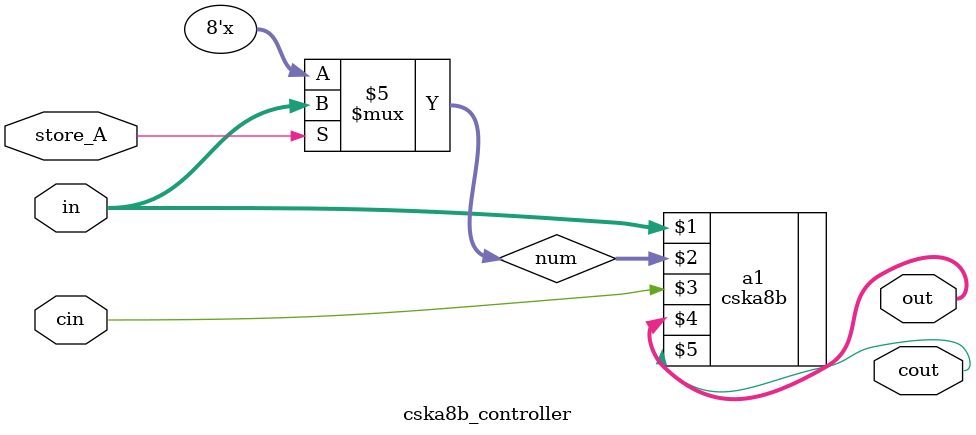
<source format=v>
`timescale 1ns / 1ps
module cska8b_controller(in, cin, store_A, out, cout
    );
	
	// Use rca8b_controller.ucf with this
	
	// Assigning ports as in/out
	input [7:0] in;
	input cin, store_A;
	output [7:0] out;
	output cout;
	
	// Create a register vector to store input
	reg [7:0] num;
	initial num = 8'b00000000;
	
	// put in inside num @ posedge of store_A
	always @(*)
	begin
		if (store_A == 1)
			num = in;
	end

	// Make connections
	cska8b a1(in, num, cin, out, cout);
	
endmodule

</source>
